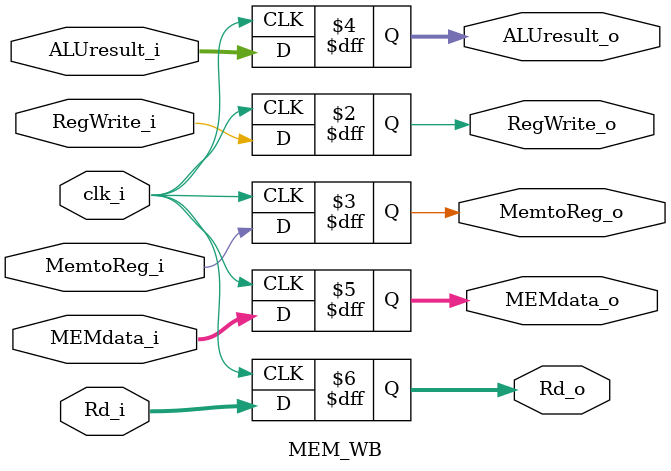
<source format=v>
module MEM_WB
(
    clk_i,
    RegWrite_i,
    MemtoReg_i,
    ALUresult_i, // MEMaddr
    MEMdata_i,
    Rd_i,
    RegWrite_o,
    MemtoReg_o,
    ALUresult_o,
    MEMdata_o,
    Rd_o
);

input clk_i;
input RegWrite_i;
input MemtoReg_i;
input [31:0] ALUresult_i;
input [31:0] MEMdata_i;
input [4:0] Rd_i;

output reg RegWrite_o;
output reg MemtoReg_o;
output reg [31:0] ALUresult_o;
output reg [31:0] MEMdata_o;
output reg [4:0] Rd_o;


always @(posedge clk_i) begin
    RegWrite_o <= RegWrite_i;
    MemtoReg_o <= MemtoReg_i;
    ALUresult_o <= ALUresult_i;
    MEMdata_o <= MEMdata_i;
    Rd_o <= Rd_i;
end


endmodule
</source>
